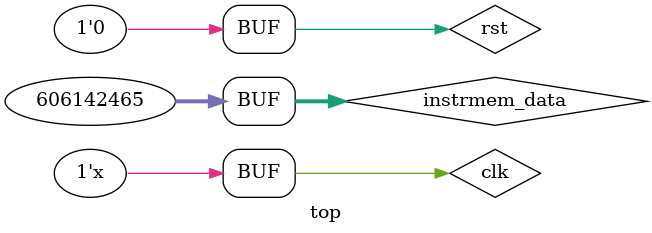
<source format=v>
/*
 * $File: top.v
 * $Date: Fri Nov 15 11:39:33 2013 +0800
 * $Author: jiakai <jia.kai66@gmail.com>
 */

`timescale 1ns/1ps

module top;
	reg clk = 0;
	reg rst = 1;

	reg [31:0] instrmem_data;
	wire [31:0] instrmem_addr;

	cpu ucpu(.clk(clk), .rst(rst),
		.instrmem_addr(instrmem_addr),
		.instrmem_data(instrmem_data));

	always @(instrmem_addr)
		instrmem_data = 32'h24210001; // ADDIU $1, $1, 1
		// ADDIU $1, $1, 1

	always #1 clk <= ~clk;

	initial begin
		$dumpfile("dump.vcd");
		$dumpvars(0, ucpu);

		#3 rst = 0;
		$monitor("time=%g reg1=%h", $time,
			ucpu.uid.uregfile.mem[1]);
	end

endmodule


</source>
